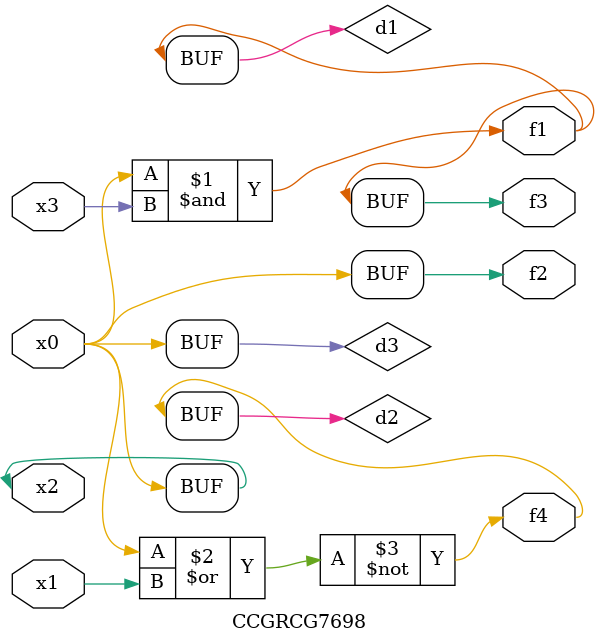
<source format=v>
module CCGRCG7698(
	input x0, x1, x2, x3,
	output f1, f2, f3, f4
);

	wire d1, d2, d3;

	and (d1, x2, x3);
	nor (d2, x0, x1);
	buf (d3, x0, x2);
	assign f1 = d1;
	assign f2 = d3;
	assign f3 = d1;
	assign f4 = d2;
endmodule

</source>
